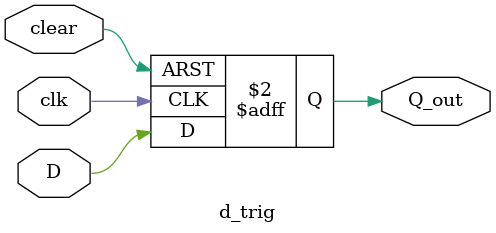
<source format=sv>
 module delay_3			//actually 2
(
input logic CLK,
input logic strob_RW_RD,
input logic CLR,
output logic strob_main
);

logic Q_out_reg_1;
logic Q_out_reg_2;
logic Q_out_reg_3;

d_trig d_trig_1(CLK, strob_RW_RD, CLR, Q_out_reg_1);

d_trig d_trig_2(CLK, Q_out_reg_1, CLR, Q_out_reg_2);

d_trig d_trig_3(CLK, Q_out_reg_2, CLR, Q_out_reg_3);

assign strob_main = Q_out_reg_2 & !Q_out_reg_3;

endmodule 



 module d_trig
(
	input logic clk,
	input logic D,
	input logic clear,
	output logic Q_out
);


always @ (posedge clear or posedge clk)
begin
	if (clear)
	begin
		Q_out = 1'b0;
	end
	else if(clk)
	begin
		Q_out = D;
	end
end
endmodule 

</source>
